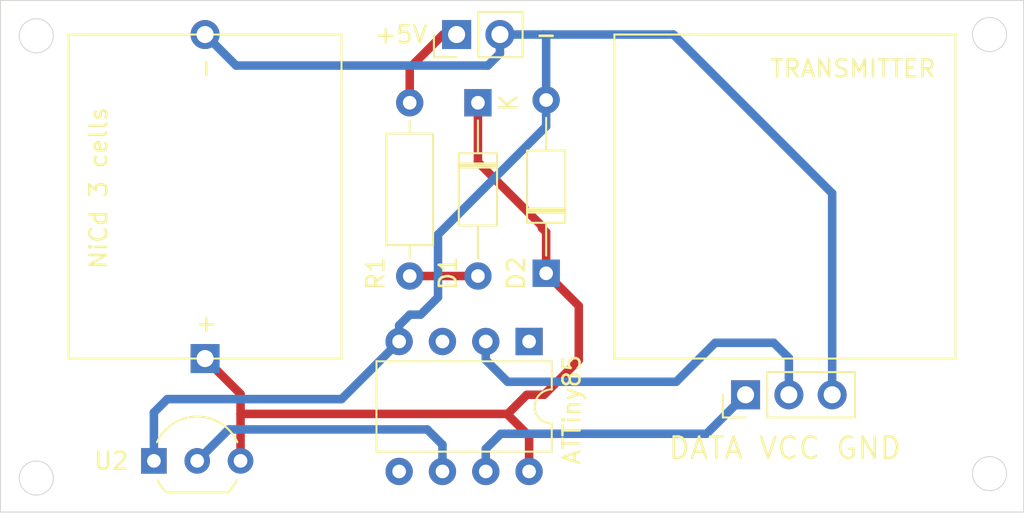
<source format=kicad_pcb>
(kicad_pcb (version 20171130) (host pcbnew "(5.1.9-0-10_14)")

  (general
    (thickness 1.6)
    (drawings 18)
    (tracks 57)
    (zones 0)
    (modules 8)
    (nets 11)
  )

  (page A4)
  (layers
    (0 F.Cu signal)
    (31 B.Cu signal)
    (32 B.Adhes user)
    (33 F.Adhes user)
    (34 B.Paste user)
    (35 F.Paste user)
    (36 B.SilkS user)
    (37 F.SilkS user)
    (38 B.Mask user)
    (39 F.Mask user)
    (40 Dwgs.User user)
    (41 Cmts.User user)
    (42 Eco1.User user)
    (43 Eco2.User user)
    (44 Edge.Cuts user)
    (45 Margin user)
    (46 B.CrtYd user)
    (47 F.CrtYd user)
    (48 B.Fab user)
    (49 F.Fab user)
  )

  (setup
    (last_trace_width 0.25)
    (user_trace_width 0.5)
    (trace_clearance 0.2)
    (zone_clearance 0.508)
    (zone_45_only no)
    (trace_min 0.2)
    (via_size 0.8)
    (via_drill 0.4)
    (via_min_size 0.4)
    (via_min_drill 0.3)
    (uvia_size 0.3)
    (uvia_drill 0.1)
    (uvias_allowed no)
    (uvia_min_size 0.2)
    (uvia_min_drill 0.1)
    (edge_width 0.05)
    (segment_width 0.2)
    (pcb_text_width 0.3)
    (pcb_text_size 1.5 1.5)
    (mod_edge_width 0.12)
    (mod_text_size 1 1)
    (mod_text_width 0.15)
    (pad_size 1.524 1.524)
    (pad_drill 0.762)
    (pad_to_mask_clearance 0)
    (aux_axis_origin 0 0)
    (visible_elements FFFFFF7F)
    (pcbplotparams
      (layerselection 0x010fc_ffffffff)
      (usegerberextensions true)
      (usegerberattributes false)
      (usegerberadvancedattributes false)
      (creategerberjobfile false)
      (excludeedgelayer true)
      (linewidth 0.100000)
      (plotframeref false)
      (viasonmask false)
      (mode 1)
      (useauxorigin false)
      (hpglpennumber 1)
      (hpglpenspeed 20)
      (hpglpendiameter 15.000000)
      (psnegative false)
      (psa4output false)
      (plotreference true)
      (plotvalue true)
      (plotinvisibletext false)
      (padsonsilk true)
      (subtractmaskfromsilk false)
      (outputformat 1)
      (mirror false)
      (drillshape 0)
      (scaleselection 1)
      (outputdirectory "../outdoor-v1-pcbway/"))
  )

  (net 0 "")
  (net 1 "Net-(BT1-Pad2)")
  (net 2 "Net-(BT1-Pad1)")
  (net 3 "Net-(D1-Pad2)")
  (net 4 "Net-(J1-Pad2)")
  (net 5 "Net-(J1-Pad1)")
  (net 6 "Net-(R1-Pad1)")
  (net 7 "Net-(U1-Pad3)")
  (net 8 "Net-(U1-Pad6)")
  (net 9 "Net-(U1-Pad5)")
  (net 10 "Net-(U1-Pad1)")

  (net_class Default "This is the default net class."
    (clearance 0.2)
    (trace_width 0.25)
    (via_dia 0.8)
    (via_drill 0.4)
    (uvia_dia 0.3)
    (uvia_drill 0.1)
    (add_net "Net-(BT1-Pad1)")
    (add_net "Net-(BT1-Pad2)")
    (add_net "Net-(D1-Pad2)")
    (add_net "Net-(J1-Pad1)")
    (add_net "Net-(J1-Pad2)")
    (add_net "Net-(R1-Pad1)")
    (add_net "Net-(U1-Pad1)")
    (add_net "Net-(U1-Pad3)")
    (add_net "Net-(U1-Pad5)")
    (add_net "Net-(U1-Pad6)")
  )

  (module Package_TO_SOT_THT:TO-92_Inline_Wide (layer F.Cu) (tedit 5A02FF81) (tstamp 63214320)
    (at 49 107)
    (descr "TO-92 leads in-line, wide, drill 0.75mm (see NXP sot054_po.pdf)")
    (tags "to-92 sc-43 sc-43a sot54 PA33 transistor")
    (path /631FB4D2)
    (fp_text reference U2 (at -2.5 0) (layer F.SilkS)
      (effects (font (size 1 1) (thickness 0.15)))
    )
    (fp_text value DS18B20 (at 2.54 2.79) (layer F.Fab)
      (effects (font (size 1 1) (thickness 0.15)))
    )
    (fp_line (start 0.74 1.85) (end 4.34 1.85) (layer F.SilkS) (width 0.12))
    (fp_line (start 0.8 1.75) (end 4.3 1.75) (layer F.Fab) (width 0.1))
    (fp_line (start -1.01 -2.73) (end 6.09 -2.73) (layer F.CrtYd) (width 0.05))
    (fp_line (start -1.01 -2.73) (end -1.01 2.01) (layer F.CrtYd) (width 0.05))
    (fp_line (start 6.09 2.01) (end 6.09 -2.73) (layer F.CrtYd) (width 0.05))
    (fp_line (start 6.09 2.01) (end -1.01 2.01) (layer F.CrtYd) (width 0.05))
    (fp_arc (start 2.54 0) (end 4.34 1.85) (angle -20) (layer F.SilkS) (width 0.12))
    (fp_arc (start 2.54 0) (end 2.54 -2.48) (angle -135) (layer F.Fab) (width 0.1))
    (fp_arc (start 2.54 0) (end 2.54 -2.48) (angle 135) (layer F.Fab) (width 0.1))
    (fp_arc (start 2.54 0) (end 2.54 -2.6) (angle 65) (layer F.SilkS) (width 0.12))
    (fp_arc (start 2.54 0) (end 2.54 -2.6) (angle -65) (layer F.SilkS) (width 0.12))
    (fp_arc (start 2.54 0) (end 0.74 1.85) (angle 20) (layer F.SilkS) (width 0.12))
    (fp_text user %R (at 2.54 0) (layer F.Fab)
      (effects (font (size 1 1) (thickness 0.15)))
    )
    (pad 1 thru_hole rect (at 0 0) (size 1.5 1.5) (drill 0.8) (layers *.Cu *.Mask)
      (net 1 "Net-(BT1-Pad2)"))
    (pad 3 thru_hole circle (at 5.08 0) (size 1.5 1.5) (drill 0.8) (layers *.Cu *.Mask)
      (net 2 "Net-(BT1-Pad1)"))
    (pad 2 thru_hole circle (at 2.54 0) (size 1.5 1.5) (drill 0.8) (layers *.Cu *.Mask)
      (net 8 "Net-(U1-Pad6)"))
    (model ${KISYS3DMOD}/Package_TO_SOT_THT.3dshapes/TO-92_Inline_Wide.wrl
      (at (xyz 0 0 0))
      (scale (xyz 1 1 1))
      (rotate (xyz 0 0 0))
    )
  )

  (module Package_DIP:DIP-8_W7.62mm (layer F.Cu) (tedit 5A02E8C5) (tstamp 6321430C)
    (at 71 100 270)
    (descr "8-lead though-hole mounted DIP package, row spacing 7.62 mm (300 mils)")
    (tags "THT DIP DIL PDIP 2.54mm 7.62mm 300mil")
    (path /63201EA0)
    (fp_text reference U1 (at 2.25 7.5) (layer F.Fab)
      (effects (font (size 1 1) (thickness 0.15)))
    )
    (fp_text value ATtiny85V-10PU (at 5.5 3.5) (layer F.Fab)
      (effects (font (size 1 1) (thickness 0.15)))
    )
    (fp_line (start 1.635 -1.27) (end 6.985 -1.27) (layer F.Fab) (width 0.1))
    (fp_line (start 6.985 -1.27) (end 6.985 8.89) (layer F.Fab) (width 0.1))
    (fp_line (start 6.985 8.89) (end 0.635 8.89) (layer F.Fab) (width 0.1))
    (fp_line (start 0.635 8.89) (end 0.635 -0.27) (layer F.Fab) (width 0.1))
    (fp_line (start 0.635 -0.27) (end 1.635 -1.27) (layer F.Fab) (width 0.1))
    (fp_line (start 2.81 -1.33) (end 1.16 -1.33) (layer F.SilkS) (width 0.12))
    (fp_line (start 1.16 -1.33) (end 1.16 8.95) (layer F.SilkS) (width 0.12))
    (fp_line (start 1.16 8.95) (end 6.46 8.95) (layer F.SilkS) (width 0.12))
    (fp_line (start 6.46 8.95) (end 6.46 -1.33) (layer F.SilkS) (width 0.12))
    (fp_line (start 6.46 -1.33) (end 4.81 -1.33) (layer F.SilkS) (width 0.12))
    (fp_line (start -1.1 -1.55) (end -1.1 9.15) (layer F.CrtYd) (width 0.05))
    (fp_line (start -1.1 9.15) (end 8.7 9.15) (layer F.CrtYd) (width 0.05))
    (fp_line (start 8.7 9.15) (end 8.7 -1.55) (layer F.CrtYd) (width 0.05))
    (fp_line (start 8.7 -1.55) (end -1.1 -1.55) (layer F.CrtYd) (width 0.05))
    (fp_text user %R (at 2.25 7.5) (layer F.Fab)
      (effects (font (size 1 1) (thickness 0.15)))
    )
    (fp_arc (start 3.81 -1.33) (end 2.81 -1.33) (angle -180) (layer F.SilkS) (width 0.12))
    (pad 8 thru_hole oval (at 7.62 0 270) (size 1.6 1.6) (drill 0.8) (layers *.Cu *.Mask)
      (net 2 "Net-(BT1-Pad1)"))
    (pad 4 thru_hole oval (at 0 7.62 270) (size 1.6 1.6) (drill 0.8) (layers *.Cu *.Mask)
      (net 1 "Net-(BT1-Pad2)"))
    (pad 7 thru_hole oval (at 7.62 2.54 270) (size 1.6 1.6) (drill 0.8) (layers *.Cu *.Mask)
      (net 5 "Net-(J1-Pad1)"))
    (pad 3 thru_hole oval (at 0 5.08 270) (size 1.6 1.6) (drill 0.8) (layers *.Cu *.Mask)
      (net 7 "Net-(U1-Pad3)"))
    (pad 6 thru_hole oval (at 7.62 5.08 270) (size 1.6 1.6) (drill 0.8) (layers *.Cu *.Mask)
      (net 8 "Net-(U1-Pad6)"))
    (pad 2 thru_hole oval (at 0 2.54 270) (size 1.6 1.6) (drill 0.8) (layers *.Cu *.Mask)
      (net 4 "Net-(J1-Pad2)"))
    (pad 5 thru_hole oval (at 7.62 7.62 270) (size 1.6 1.6) (drill 0.8) (layers *.Cu *.Mask)
      (net 9 "Net-(U1-Pad5)"))
    (pad 1 thru_hole rect (at 0 0 270) (size 1.6 1.6) (drill 0.8) (layers *.Cu *.Mask)
      (net 10 "Net-(U1-Pad1)"))
    (model ${KISYS3DMOD}/Package_DIP.3dshapes/DIP-8_W7.62mm.wrl
      (at (xyz 0 0 0))
      (scale (xyz 1 1 1))
      (rotate (xyz 0 0 0))
    )
  )

  (module Connector_PinHeader_2.54mm:PinHeader_1x02_P2.54mm_Vertical (layer F.Cu) (tedit 59FED5CC) (tstamp 632142F0)
    (at 66.75 82 90)
    (descr "Through hole straight pin header, 1x02, 2.54mm pitch, single row")
    (tags "Through hole pin header THT 1x02 2.54mm single row")
    (path /631FA2BE)
    (fp_text reference SC1 (at -1 1.5) (layer F.Fab)
      (effects (font (size 1 1) (thickness 0.15)))
    )
    (fp_text value 5V (at -1.25 1.25) (layer F.Fab)
      (effects (font (size 1 1) (thickness 0.15)))
    )
    (fp_line (start -0.635 -1.27) (end 1.27 -1.27) (layer F.Fab) (width 0.1))
    (fp_line (start 1.27 -1.27) (end 1.27 3.81) (layer F.Fab) (width 0.1))
    (fp_line (start 1.27 3.81) (end -1.27 3.81) (layer F.Fab) (width 0.1))
    (fp_line (start -1.27 3.81) (end -1.27 -0.635) (layer F.Fab) (width 0.1))
    (fp_line (start -1.27 -0.635) (end -0.635 -1.27) (layer F.Fab) (width 0.1))
    (fp_line (start -1.33 3.87) (end 1.33 3.87) (layer F.SilkS) (width 0.12))
    (fp_line (start -1.33 1.27) (end -1.33 3.87) (layer F.SilkS) (width 0.12))
    (fp_line (start 1.33 1.27) (end 1.33 3.87) (layer F.SilkS) (width 0.12))
    (fp_line (start -1.33 1.27) (end 1.33 1.27) (layer F.SilkS) (width 0.12))
    (fp_line (start -1.33 0) (end -1.33 -1.33) (layer F.SilkS) (width 0.12))
    (fp_line (start -1.33 -1.33) (end 0 -1.33) (layer F.SilkS) (width 0.12))
    (fp_line (start -1.8 -1.8) (end -1.8 4.35) (layer F.CrtYd) (width 0.05))
    (fp_line (start -1.8 4.35) (end 1.8 4.35) (layer F.CrtYd) (width 0.05))
    (fp_line (start 1.8 4.35) (end 1.8 -1.8) (layer F.CrtYd) (width 0.05))
    (fp_line (start 1.8 -1.8) (end -1.8 -1.8) (layer F.CrtYd) (width 0.05))
    (fp_text user %R (at 0 1.27) (layer F.Fab)
      (effects (font (size 1 1) (thickness 0.15)))
    )
    (pad 2 thru_hole oval (at 0 2.54 90) (size 1.7 1.7) (drill 1) (layers *.Cu *.Mask)
      (net 1 "Net-(BT1-Pad2)"))
    (pad 1 thru_hole rect (at 0 0 90) (size 1.7 1.7) (drill 1) (layers *.Cu *.Mask)
      (net 6 "Net-(R1-Pad1)"))
    (model ${KISYS3DMOD}/Connector_PinHeader_2.54mm.3dshapes/PinHeader_1x02_P2.54mm_Vertical.wrl
      (at (xyz 0 0 0))
      (scale (xyz 1 1 1))
      (rotate (xyz 0 0 0))
    )
  )

  (module Resistor_THT:R_Axial_DIN0207_L6.3mm_D2.5mm_P10.16mm_Horizontal (layer F.Cu) (tedit 5AE5139B) (tstamp 632142DA)
    (at 64 86 270)
    (descr "Resistor, Axial_DIN0207 series, Axial, Horizontal, pin pitch=10.16mm, 0.25W = 1/4W, length*diameter=6.3*2.5mm^2, http://cdn-reichelt.de/documents/datenblatt/B400/1_4W%23YAG.pdf")
    (tags "Resistor Axial_DIN0207 series Axial Horizontal pin pitch 10.16mm 0.25W = 1/4W length 6.3mm diameter 2.5mm")
    (path /631FAB94)
    (fp_text reference R1 (at 10 2 90) (layer F.SilkS)
      (effects (font (size 1 1) (thickness 0.15)))
    )
    (fp_text value 59 (at 6.5 0 90) (layer F.Fab)
      (effects (font (size 1 1) (thickness 0.15)))
    )
    (fp_line (start 1.93 -1.25) (end 1.93 1.25) (layer F.Fab) (width 0.1))
    (fp_line (start 1.93 1.25) (end 8.23 1.25) (layer F.Fab) (width 0.1))
    (fp_line (start 8.23 1.25) (end 8.23 -1.25) (layer F.Fab) (width 0.1))
    (fp_line (start 8.23 -1.25) (end 1.93 -1.25) (layer F.Fab) (width 0.1))
    (fp_line (start 0 0) (end 1.93 0) (layer F.Fab) (width 0.1))
    (fp_line (start 10.16 0) (end 8.23 0) (layer F.Fab) (width 0.1))
    (fp_line (start 1.81 -1.37) (end 1.81 1.37) (layer F.SilkS) (width 0.12))
    (fp_line (start 1.81 1.37) (end 8.35 1.37) (layer F.SilkS) (width 0.12))
    (fp_line (start 8.35 1.37) (end 8.35 -1.37) (layer F.SilkS) (width 0.12))
    (fp_line (start 8.35 -1.37) (end 1.81 -1.37) (layer F.SilkS) (width 0.12))
    (fp_line (start 1.04 0) (end 1.81 0) (layer F.SilkS) (width 0.12))
    (fp_line (start 9.12 0) (end 8.35 0) (layer F.SilkS) (width 0.12))
    (fp_line (start -1.05 -1.5) (end -1.05 1.5) (layer F.CrtYd) (width 0.05))
    (fp_line (start -1.05 1.5) (end 11.21 1.5) (layer F.CrtYd) (width 0.05))
    (fp_line (start 11.21 1.5) (end 11.21 -1.5) (layer F.CrtYd) (width 0.05))
    (fp_line (start 11.21 -1.5) (end -1.05 -1.5) (layer F.CrtYd) (width 0.05))
    (fp_text user %R (at 3.5 0 90) (layer F.Fab)
      (effects (font (size 1 1) (thickness 0.15)))
    )
    (pad 2 thru_hole oval (at 10.16 0 270) (size 1.6 1.6) (drill 0.8) (layers *.Cu *.Mask)
      (net 3 "Net-(D1-Pad2)"))
    (pad 1 thru_hole circle (at 0 0 270) (size 1.6 1.6) (drill 0.8) (layers *.Cu *.Mask)
      (net 6 "Net-(R1-Pad1)"))
    (model ${KISYS3DMOD}/Resistor_THT.3dshapes/R_Axial_DIN0207_L6.3mm_D2.5mm_P10.16mm_Horizontal.wrl
      (at (xyz 0 0 0))
      (scale (xyz 1 1 1))
      (rotate (xyz 0 0 0))
    )
  )

  (module Connector_PinHeader_2.54mm:PinHeader_1x03_P2.54mm_Vertical (layer F.Cu) (tedit 59FED5CC) (tstamp 632142C3)
    (at 83.693 103.124 90)
    (descr "Through hole straight pin header, 1x03, 2.54mm pitch, single row")
    (tags "Through hole pin header THT 1x03 2.54mm single row")
    (path /632038BA)
    (fp_text reference J1 (at 0.124 -2.693) (layer F.Fab)
      (effects (font (size 1 1) (thickness 0.15)))
    )
    (fp_text value TX433MHz (at 3.124 2.557) (layer F.Fab)
      (effects (font (size 1 1) (thickness 0.15)))
    )
    (fp_line (start -0.635 -1.27) (end 1.27 -1.27) (layer F.Fab) (width 0.1))
    (fp_line (start 1.27 -1.27) (end 1.27 6.35) (layer F.Fab) (width 0.1))
    (fp_line (start 1.27 6.35) (end -1.27 6.35) (layer F.Fab) (width 0.1))
    (fp_line (start -1.27 6.35) (end -1.27 -0.635) (layer F.Fab) (width 0.1))
    (fp_line (start -1.27 -0.635) (end -0.635 -1.27) (layer F.Fab) (width 0.1))
    (fp_line (start -1.33 6.41) (end 1.33 6.41) (layer F.SilkS) (width 0.12))
    (fp_line (start -1.33 1.27) (end -1.33 6.41) (layer F.SilkS) (width 0.12))
    (fp_line (start 1.33 1.27) (end 1.33 6.41) (layer F.SilkS) (width 0.12))
    (fp_line (start -1.33 1.27) (end 1.33 1.27) (layer F.SilkS) (width 0.12))
    (fp_line (start -1.33 0) (end -1.33 -1.33) (layer F.SilkS) (width 0.12))
    (fp_line (start -1.33 -1.33) (end 0 -1.33) (layer F.SilkS) (width 0.12))
    (fp_line (start -1.8 -1.8) (end -1.8 6.85) (layer F.CrtYd) (width 0.05))
    (fp_line (start -1.8 6.85) (end 1.8 6.85) (layer F.CrtYd) (width 0.05))
    (fp_line (start 1.8 6.85) (end 1.8 -1.8) (layer F.CrtYd) (width 0.05))
    (fp_line (start 1.8 -1.8) (end -1.8 -1.8) (layer F.CrtYd) (width 0.05))
    (fp_text user %R (at 0 2.54) (layer F.Fab)
      (effects (font (size 1 1) (thickness 0.15)))
    )
    (pad 3 thru_hole oval (at 0 5.08 90) (size 1.7 1.7) (drill 1) (layers *.Cu *.Mask)
      (net 1 "Net-(BT1-Pad2)"))
    (pad 2 thru_hole oval (at 0 2.54 90) (size 1.7 1.7) (drill 1) (layers *.Cu *.Mask)
      (net 4 "Net-(J1-Pad2)"))
    (pad 1 thru_hole rect (at 0 0 90) (size 1.7 1.7) (drill 1) (layers *.Cu *.Mask)
      (net 5 "Net-(J1-Pad1)"))
    (model ${KISYS3DMOD}/Connector_PinHeader_2.54mm.3dshapes/PinHeader_1x03_P2.54mm_Vertical.wrl
      (at (xyz 0 0 0))
      (scale (xyz 1 1 1))
      (rotate (xyz 0 0 0))
    )
  )

  (module Diode_THT:D_DO-35_SOD27_P10.16mm_Horizontal (layer F.Cu) (tedit 5AE50CD5) (tstamp 632142AC)
    (at 72 96 90)
    (descr "Diode, DO-35_SOD27 series, Axial, Horizontal, pin pitch=10.16mm, , length*diameter=4*2mm^2, , http://www.diodes.com/_files/packages/DO-35.pdf")
    (tags "Diode DO-35_SOD27 series Axial Horizontal pin pitch 10.16mm  length 4mm diameter 2mm")
    (path /631FF125)
    (fp_text reference D2 (at 0 -1.75 90) (layer F.SilkS)
      (effects (font (size 1 1) (thickness 0.15)))
    )
    (fp_text value 4.3V (at 4 0 90) (layer F.Fab)
      (effects (font (size 1 1) (thickness 0.15)))
    )
    (fp_line (start 3.08 -1) (end 3.08 1) (layer F.Fab) (width 0.1))
    (fp_line (start 3.08 1) (end 7.08 1) (layer F.Fab) (width 0.1))
    (fp_line (start 7.08 1) (end 7.08 -1) (layer F.Fab) (width 0.1))
    (fp_line (start 7.08 -1) (end 3.08 -1) (layer F.Fab) (width 0.1))
    (fp_line (start 0 0) (end 3.08 0) (layer F.Fab) (width 0.1))
    (fp_line (start 10.16 0) (end 7.08 0) (layer F.Fab) (width 0.1))
    (fp_line (start 3.68 -1) (end 3.68 1) (layer F.Fab) (width 0.1))
    (fp_line (start 3.78 -1) (end 3.78 1) (layer F.Fab) (width 0.1))
    (fp_line (start 3.58 -1) (end 3.58 1) (layer F.Fab) (width 0.1))
    (fp_line (start 2.96 -1.12) (end 2.96 1.12) (layer F.SilkS) (width 0.12))
    (fp_line (start 2.96 1.12) (end 7.2 1.12) (layer F.SilkS) (width 0.12))
    (fp_line (start 7.2 1.12) (end 7.2 -1.12) (layer F.SilkS) (width 0.12))
    (fp_line (start 7.2 -1.12) (end 2.96 -1.12) (layer F.SilkS) (width 0.12))
    (fp_line (start 1.04 0) (end 2.96 0) (layer F.SilkS) (width 0.12))
    (fp_line (start 9.12 0) (end 7.2 0) (layer F.SilkS) (width 0.12))
    (fp_line (start 3.68 -1.12) (end 3.68 1.12) (layer F.SilkS) (width 0.12))
    (fp_line (start 3.8 -1.12) (end 3.8 1.12) (layer F.SilkS) (width 0.12))
    (fp_line (start 3.56 -1.12) (end 3.56 1.12) (layer F.SilkS) (width 0.12))
    (fp_line (start -1.05 -1.25) (end -1.05 1.25) (layer F.CrtYd) (width 0.05))
    (fp_line (start -1.05 1.25) (end 11.21 1.25) (layer F.CrtYd) (width 0.05))
    (fp_line (start 11.21 1.25) (end 11.21 -1.25) (layer F.CrtYd) (width 0.05))
    (fp_line (start 11.21 -1.25) (end -1.05 -1.25) (layer F.CrtYd) (width 0.05))
    (fp_text user %R (at 7.5 0 90) (layer F.Fab)
      (effects (font (size 0.8 0.8) (thickness 0.12)))
    )
    (pad 2 thru_hole oval (at 10.16 0 90) (size 1.6 1.6) (drill 0.8) (layers *.Cu *.Mask)
      (net 1 "Net-(BT1-Pad2)"))
    (pad 1 thru_hole rect (at 0 0 90) (size 1.6 1.6) (drill 0.8) (layers *.Cu *.Mask)
      (net 2 "Net-(BT1-Pad1)"))
    (model ${KISYS3DMOD}/Diode_THT.3dshapes/D_DO-35_SOD27_P10.16mm_Horizontal.wrl
      (at (xyz 0 0 0))
      (scale (xyz 1 1 1))
      (rotate (xyz 0 0 0))
    )
  )

  (module Diode_THT:D_DO-35_SOD27_P10.16mm_Horizontal (layer F.Cu) (tedit 5AE50CD5) (tstamp 6321428D)
    (at 68 86 270)
    (descr "Diode, DO-35_SOD27 series, Axial, Horizontal, pin pitch=10.16mm, , length*diameter=4*2mm^2, , http://www.diodes.com/_files/packages/DO-35.pdf")
    (tags "Diode DO-35_SOD27 series Axial Horizontal pin pitch 10.16mm  length 4mm diameter 2mm")
    (path /631FBA3D)
    (fp_text reference D1 (at 10 1.75 90) (layer F.SilkS)
      (effects (font (size 1 1) (thickness 0.15)))
    )
    (fp_text value 1N60 (at 5.75 0 90) (layer F.Fab)
      (effects (font (size 1 1) (thickness 0.15)))
    )
    (fp_line (start 3.08 -1) (end 3.08 1) (layer F.Fab) (width 0.1))
    (fp_line (start 3.08 1) (end 7.08 1) (layer F.Fab) (width 0.1))
    (fp_line (start 7.08 1) (end 7.08 -1) (layer F.Fab) (width 0.1))
    (fp_line (start 7.08 -1) (end 3.08 -1) (layer F.Fab) (width 0.1))
    (fp_line (start 0 0) (end 3.08 0) (layer F.Fab) (width 0.1))
    (fp_line (start 10.16 0) (end 7.08 0) (layer F.Fab) (width 0.1))
    (fp_line (start 3.68 -1) (end 3.68 1) (layer F.Fab) (width 0.1))
    (fp_line (start 3.78 -1) (end 3.78 1) (layer F.Fab) (width 0.1))
    (fp_line (start 3.58 -1) (end 3.58 1) (layer F.Fab) (width 0.1))
    (fp_line (start 2.96 -1.12) (end 2.96 1.12) (layer F.SilkS) (width 0.12))
    (fp_line (start 2.96 1.12) (end 7.2 1.12) (layer F.SilkS) (width 0.12))
    (fp_line (start 7.2 1.12) (end 7.2 -1.12) (layer F.SilkS) (width 0.12))
    (fp_line (start 7.2 -1.12) (end 2.96 -1.12) (layer F.SilkS) (width 0.12))
    (fp_line (start 1.04 0) (end 2.96 0) (layer F.SilkS) (width 0.12))
    (fp_line (start 9.12 0) (end 7.2 0) (layer F.SilkS) (width 0.12))
    (fp_line (start 3.68 -1.12) (end 3.68 1.12) (layer F.SilkS) (width 0.12))
    (fp_line (start 3.8 -1.12) (end 3.8 1.12) (layer F.SilkS) (width 0.12))
    (fp_line (start 3.56 -1.12) (end 3.56 1.12) (layer F.SilkS) (width 0.12))
    (fp_line (start -1.05 -1.25) (end -1.05 1.25) (layer F.CrtYd) (width 0.05))
    (fp_line (start -1.05 1.25) (end 11.21 1.25) (layer F.CrtYd) (width 0.05))
    (fp_line (start 11.21 1.25) (end 11.21 -1.25) (layer F.CrtYd) (width 0.05))
    (fp_line (start 11.21 -1.25) (end -1.05 -1.25) (layer F.CrtYd) (width 0.05))
    (fp_text user K (at 0 -1.8 90) (layer F.SilkS)
      (effects (font (size 1 1) (thickness 0.15)))
    )
    (fp_text user K (at 0 -1.8 90) (layer F.Fab)
      (effects (font (size 1 1) (thickness 0.15)))
    )
    (fp_text user %R (at 2.5 0 90) (layer F.Fab)
      (effects (font (size 0.8 0.8) (thickness 0.12)))
    )
    (pad 2 thru_hole oval (at 10.16 0 270) (size 1.6 1.6) (drill 0.8) (layers *.Cu *.Mask)
      (net 3 "Net-(D1-Pad2)"))
    (pad 1 thru_hole rect (at 0 0 270) (size 1.6 1.6) (drill 0.8) (layers *.Cu *.Mask)
      (net 2 "Net-(BT1-Pad1)"))
    (model ${KISYS3DMOD}/Diode_THT.3dshapes/D_DO-35_SOD27_P10.16mm_Horizontal.wrl
      (at (xyz 0 0 0))
      (scale (xyz 1 1 1))
      (rotate (xyz 0 0 0))
    )
  )

  (module CustomParts:NiCd-Small (layer F.Cu) (tedit 6320E8DE) (tstamp 6321426E)
    (at 52 101 90)
    (descr "Through hole straight pin header, 1x04, 2.54mm pitch, single row")
    (tags "Through hole pin header THT 1x04 2.54mm single row")
    (path /631F93E3)
    (fp_text reference BT1 (at 6.5 7 90) (layer F.Fab)
      (effects (font (size 1 1) (thickness 0.15)))
    )
    (fp_text value 3xNiCd (at 16.25 7 90) (layer F.Fab)
      (effects (font (size 1 1) (thickness 0.15)))
    )
    (fp_line (start 0 -8) (end 0 8) (layer F.SilkS) (width 0.12))
    (fp_line (start 0 8) (end 19 8) (layer F.SilkS) (width 0.12))
    (fp_line (start 19 8) (end 19 -8) (layer F.SilkS) (width 0.12))
    (fp_line (start 19 -8) (end 0 -8) (layer F.SilkS) (width 0.12))
    (fp_text user - (at 17 0 90) (layer F.SilkS)
      (effects (font (size 1 1) (thickness 0.15)))
    )
    (fp_text user + (at 2 0 90) (layer F.SilkS)
      (effects (font (size 1 1) (thickness 0.15)))
    )
    (fp_text user %R (at 3 7 90) (layer F.Fab)
      (effects (font (size 1 1) (thickness 0.15)))
    )
    (pad 2 thru_hole oval (at 19 0 90) (size 1.7 1.7) (drill 1) (layers *.Cu *.Mask)
      (net 1 "Net-(BT1-Pad2)"))
    (pad 1 thru_hole rect (at 0 0 90) (size 1.7 1.7) (drill 1) (layers *.Cu *.Mask)
      (net 2 "Net-(BT1-Pad1)"))
    (model ${KISYS3DMOD}/Connector_PinHeader_2.54mm.3dshapes/PinHeader_1x04_P2.54mm_Vertical.wrl
      (at (xyz 0 0 0))
      (scale (xyz 1 1 1))
      (rotate (xyz 0 0 0))
    )
  )

  (gr_text +5V (at 63.5 82) (layer F.SilkS) (tstamp 632863BA)
    (effects (font (size 1 1) (thickness 0.15)))
  )
  (gr_text - (at 72 82) (layer F.SilkS) (tstamp 632863B5)
    (effects (font (size 1 1) (thickness 0.15)))
  )
  (gr_text "NiCd 3 cells" (at 45.75 91 90) (layer F.SilkS) (tstamp 63286306)
    (effects (font (size 1 1) (thickness 0.15)))
  )
  (gr_text ATTiny85 (at 73.5 104 90) (layer F.SilkS) (tstamp 632862C1)
    (effects (font (size 1 1) (thickness 0.15)))
  )
  (gr_text TRANSMITTER (at 90 84) (layer F.SilkS)
    (effects (font (size 1 1) (thickness 0.15)))
  )
  (gr_text "DATA VCC GND" (at 86 106.25) (layer F.SilkS)
    (effects (font (size 1.25 1.25) (thickness 0.15)))
  )
  (gr_line (start 76 101) (end 76 82) (layer F.SilkS) (width 0.12))
  (gr_line (start 96 101) (end 76 101) (layer F.SilkS) (width 0.12))
  (gr_line (start 96 82) (end 96 101) (layer F.SilkS) (width 0.12))
  (gr_line (start 76 82) (end 96 82) (layer F.SilkS) (width 0.12))
  (gr_line (start 100 80) (end 100 110) (layer Edge.Cuts) (width 0.05))
  (gr_circle (center 42.101994 82.072699) (end 42.101994 83.072699) (layer Edge.Cuts) (width 0.05) (tstamp 63214428))
  (gr_circle (center 42.101994 108.007711) (end 42.101994 109.007711) (layer Edge.Cuts) (width 0.05) (tstamp 63214426))
  (gr_circle (center 98 107.74705) (end 98 108.74705) (layer Edge.Cuts) (width 0.05) (tstamp 63214424))
  (gr_circle (center 98 82) (end 98 83) (layer Edge.Cuts) (width 0.05))
  (gr_line (start 40 110) (end 40 80) (layer Edge.Cuts) (width 0.05))
  (gr_line (start 100 110) (end 40 110) (layer Edge.Cuts) (width 0.05))
  (gr_line (start 40 80) (end 100 80) (layer Edge.Cuts) (width 0.05))

  (segment (start 88.773 91.313) (end 88.773 103.124) (width 0.5) (layer B.Cu) (net 1))
  (segment (start 79.46 82) (end 88.773 91.313) (width 0.5) (layer B.Cu) (net 1))
  (segment (start 69.29 82) (end 69.29 83.11) (width 0.5) (layer B.Cu) (net 1))
  (segment (start 69.29 83.11) (end 68.58 83.82) (width 0.5) (layer B.Cu) (net 1))
  (segment (start 53.82 83.82) (end 52 82) (width 0.5) (layer B.Cu) (net 1))
  (segment (start 68.58 83.82) (end 53.82 83.82) (width 0.5) (layer B.Cu) (net 1))
  (segment (start 72 82.16) (end 71.84 82) (width 0.5) (layer B.Cu) (net 1))
  (segment (start 72 85.84) (end 72 82.16) (width 0.5) (layer B.Cu) (net 1))
  (segment (start 71.84 82) (end 79.46 82) (width 0.5) (layer B.Cu) (net 1))
  (segment (start 69.29 82) (end 71.84 82) (width 0.5) (layer B.Cu) (net 1))
  (segment (start 63.38 99.053) (end 63.38 100) (width 0.5) (layer B.Cu) (net 1))
  (segment (start 65.659 97.409) (end 64.643 98.425) (width 0.5) (layer B.Cu) (net 1))
  (segment (start 64.008 98.425) (end 63.38 99.053) (width 0.5) (layer B.Cu) (net 1))
  (segment (start 65.659 93.726) (end 65.659 97.409) (width 0.5) (layer B.Cu) (net 1))
  (segment (start 72 87.385) (end 65.659 93.726) (width 0.5) (layer B.Cu) (net 1))
  (segment (start 64.643 98.425) (end 64.008 98.425) (width 0.5) (layer B.Cu) (net 1))
  (segment (start 72 85.84) (end 72 87.385) (width 0.5) (layer B.Cu) (net 1))
  (segment (start 49 107) (end 49 104.162) (width 0.5) (layer B.Cu) (net 1))
  (segment (start 49 104.162) (end 49.784 103.378) (width 0.5) (layer B.Cu) (net 1))
  (segment (start 60.002 103.378) (end 63.38 100) (width 0.5) (layer B.Cu) (net 1))
  (segment (start 49.784 103.378) (end 60.002 103.378) (width 0.5) (layer B.Cu) (net 1))
  (segment (start 68 86) (end 68 89.48) (width 0.5) (layer F.Cu) (net 2))
  (segment (start 68 89.48) (end 71.755 93.235) (width 0.5) (layer F.Cu) (net 2))
  (segment (start 71.755 93.235) (end 71.755 93.345) (width 0.5) (layer F.Cu) (net 2))
  (segment (start 72 93.59) (end 72 96) (width 0.5) (layer F.Cu) (net 2))
  (segment (start 71.755 93.345) (end 72 93.59) (width 0.5) (layer F.Cu) (net 2))
  (segment (start 54.08 103.08) (end 52 101) (width 0.5) (layer F.Cu) (net 2))
  (segment (start 54.08 104.245) (end 69.701 104.245) (width 0.5) (layer F.Cu) (net 2))
  (segment (start 54.08 107) (end 54.08 104.245) (width 0.5) (layer F.Cu) (net 2))
  (segment (start 54.08 104.245) (end 54.08 103.08) (width 0.5) (layer F.Cu) (net 2))
  (segment (start 71 105.544) (end 71 107.62) (width 0.5) (layer F.Cu) (net 2))
  (segment (start 69.701 104.245) (end 71 105.544) (width 0.5) (layer F.Cu) (net 2))
  (segment (start 69.701 104.245) (end 69.745 104.245) (width 0.5) (layer F.Cu) (net 2))
  (segment (start 69.745 104.245) (end 70.866 103.124) (width 0.5) (layer F.Cu) (net 2))
  (segment (start 70.866 103.124) (end 71.882 103.124) (width 0.5) (layer F.Cu) (net 2))
  (segment (start 71.882 103.124) (end 73.914 101.092) (width 0.5) (layer F.Cu) (net 2))
  (segment (start 73.914 97.914) (end 72 96) (width 0.5) (layer F.Cu) (net 2))
  (segment (start 73.914 101.092) (end 73.914 97.914) (width 0.5) (layer F.Cu) (net 2))
  (segment (start 64 96.16) (end 68 96.16) (width 0.5) (layer F.Cu) (net 3))
  (segment (start 68.46 100) (end 68.46 101.085) (width 0.5) (layer B.Cu) (net 4))
  (segment (start 68.46 101.085) (end 69.737 102.362) (width 0.5) (layer B.Cu) (net 4))
  (segment (start 69.737 102.362) (end 79.629 102.362) (width 0.5) (layer B.Cu) (net 4))
  (segment (start 79.629 102.362) (end 81.915 100.076) (width 0.5) (layer B.Cu) (net 4))
  (segment (start 81.915 100.076) (end 85.344 100.076) (width 0.5) (layer B.Cu) (net 4))
  (segment (start 86.233 100.965) (end 86.233 103.124) (width 0.5) (layer B.Cu) (net 4))
  (segment (start 85.344 100.076) (end 86.233 100.965) (width 0.5) (layer B.Cu) (net 4))
  (segment (start 68.46 107.62) (end 68.46 106.292) (width 0.5) (layer B.Cu) (net 5))
  (segment (start 68.46 106.292) (end 69.342 105.41) (width 0.5) (layer B.Cu) (net 5))
  (segment (start 81.407 105.41) (end 83.693 103.124) (width 0.5) (layer B.Cu) (net 5))
  (segment (start 69.342 105.41) (end 81.407 105.41) (width 0.5) (layer B.Cu) (net 5))
  (segment (start 66.75 82) (end 65.955 82) (width 0.5) (layer F.Cu) (net 6))
  (segment (start 64 83.955) (end 64 86) (width 0.5) (layer F.Cu) (net 6))
  (segment (start 65.955 82) (end 64 83.955) (width 0.5) (layer F.Cu) (net 6))
  (segment (start 51.54 107) (end 53.384 105.156) (width 0.5) (layer B.Cu) (net 8))
  (segment (start 53.384 105.156) (end 65.024 105.156) (width 0.5) (layer B.Cu) (net 8))
  (segment (start 65.92 106.052) (end 65.92 107.62) (width 0.5) (layer B.Cu) (net 8))
  (segment (start 65.024 105.156) (end 65.92 106.052) (width 0.5) (layer B.Cu) (net 8))

)

</source>
